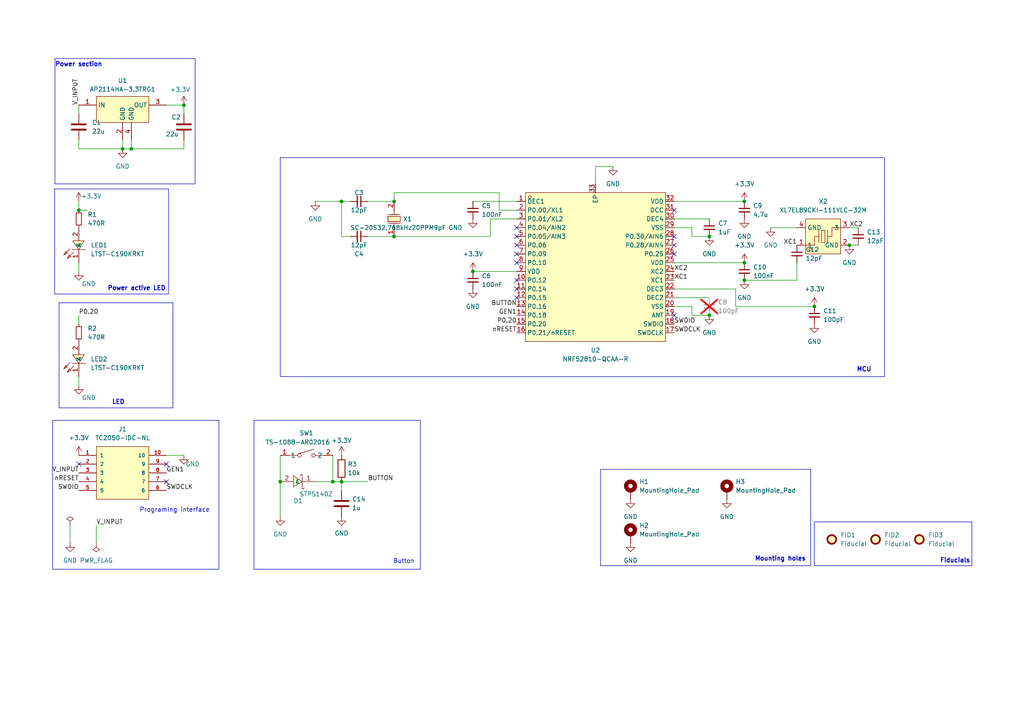
<source format=kicad_sch>
(kicad_sch (version 20231120) (generator "eeschema") (generator_version "8.0")
  (paper "A4")
  (lib_symbols
    (symbol "Device:C" (pin_numbers hide) (pin_names (offset 0.254))
      (property "Reference" "C" (at 0.635 2.54 0))
      (property "Value" "C" (at 0.635 -2.54 0))
      (symbol "C_0_1"
        (polyline (pts (xy -2.032 -0.762) (xy 2.032 -0.762)) (stroke (width 0.508)))
        (polyline (pts (xy -2.032 0.762) (xy 2.032 0.762)) (stroke (width 0.508)))
      )
      (symbol "C_1_1"
        (pin passive line (at 0 3.81 270) (length 2.794) (name "~") (number "1"))
        (pin passive line (at 0 -3.81 90) (length 2.794) (name "~") (number "2"))
      )
    )
    (symbol "Device:C_Small" (pin_numbers hide) (pin_names (offset 0.254) hide)
      (property "Reference" "C" (at 0.254 1.778 0))
      (property "Value" "C_Small" (at 0.254 -2.032 0))
      (symbol "C_Small_0_1"
        (polyline (pts (xy -1.524 -0.508) (xy 1.524 -0.508)) (stroke (width 0.3302)))
        (polyline (pts (xy -1.524 0.508) (xy 1.524 0.508)) (stroke (width 0.3048)))
      )
      (symbol "C_Small_1_1"
        (pin passive line (at 0 2.54 270) (length 2.032) (name "~") (number "1"))
        (pin passive line (at 0 -2.54 90) (length 2.032) (name "~") (number "2"))
      )
    )
    (symbol "Device:R" (pin_numbers hide) (pin_names (offset 0))
      (property "Reference" "R" (at 2.032 0 90))
      (property "Value" "R" (at 0 0 90))
      (symbol "R_0_1"
        (rectangle (start -1.016 -2.54) (end 1.016 2.54) (stroke (width 0.254)))
      )
      (symbol "R_1_1"
        (pin passive line (at 0 3.81 270) (length 1.27) (name "~") (number "1"))
        (pin passive line (at 0 -3.81 90) (length 1.27) (name "~") (number "2"))
      )
    )
    (symbol "Device:R_Small" (pin_numbers hide) (pin_names (offset 0.254) hide)
      (property "Reference" "R" (at 0.762 0.508 0))
      (property "Value" "R_Small" (at 0.762 -1.016 0))
      (symbol "R_Small_0_1"
        (rectangle (start -0.762 1.778) (end 0.762 -1.778) (stroke (width 0.2032)))
      )
      (symbol "R_Small_1_1"
        (pin passive line (at 0 2.54 270) (length 0.762) (name "~") (number "1"))
        (pin passive line (at 0 -2.54 90) (length 0.762) (name "~") (number "2"))
      )
    )
    (symbol "Mechanical:Fiducial"
      (property "Reference" "FID" (at 0 5.08 0))
      (property "Value" "Fiducial" (at 0 3.175 0))
      (symbol "Fiducial_0_1"
        (circle (center 0 0) (radius 1.27) (stroke (width 0.508)) (fill (type background)))
      )
    )
    (symbol "Mechanical:MountingHole_Pad" (pin_numbers hide) (pin_names (offset 1.016) hide)
      (property "Reference" "H" (at 0 6.35 0))
      (property "Value" "MountingHole_Pad" (at 0 4.445 0))
      (symbol "MountingHole_Pad_0_1"
        (circle (center 0 1.27) (radius 1.27) (stroke (width 1.27)))
      )
      (symbol "MountingHole_Pad_1_1"
        (pin input line (at 0 -2.54 90) (length 2.54) (name "1") (number "1"))
      )
    )
    (symbol "my_symbol_library:AP2114HA-3.3TRG1"
      (property "Reference" "U" (at 0 5.08 0))
      (property "Value" "AP2114HA-3.3TRG1" (at 0 -15.24 0))
      (symbol "AP2114HA-3.3TRG1_0_1"
        (rectangle (start -7.62 2.54) (end 7.62 -5.08) (fill (type background)))
        (pin power_in line (at -12.7 0 0) (length 5.08) (name "IN") (number "1"))
        (pin power_in line (at 0 -10.16 90) (length 5.08) (name "GND") (number "2"))
        (pin power_in line (at 2.54 -10.16 90) (length 5.08) (name "GND") (number "4"))
      )
      (symbol "AP2114HA-3.3TRG1_1_1"
        (pin power_out line (at 12.7 0 180) (length 5.08) (name "OUT") (number "3"))
      )
    )
    (symbol "my_symbol_library:LTST-C190KRKT"
      (property "Reference" "LED" (at 0 3.81 0))
      (property "Value" "LTST-C190KRKT" (at 0 -6.35 0))
      (symbol "LTST-C190KRKT_0_1"
        (polyline (pts (xy -2.03 0.25) (xy -3.81 2.03)))
        (polyline (pts (xy -1.27 0.76) (xy -1.27 -3.3)))
        (polyline (pts (xy -1.02 1.27) (xy -2.79 3.05)))
        (polyline (pts (xy -3.81 2.03) (xy -2.79 1.52) (xy -3.3 1.02) (xy -3.81 2.03)) (fill (type background)))
        (polyline (pts (xy -2.79 3.05) (xy -1.78 2.54) (xy -2.29 2.03) (xy -2.79 3.05)) (fill (type background)))
        (polyline (pts (xy 1.27 -2.79) (xy -1.27 -1.27) (xy 1.27 0.51) (xy 1.27 -2.79)) (fill (type background)))
        (pin unspecified line (at -5.08 -1.27 0) (length 3.81) (name "K") (number "1"))
        (pin unspecified line (at 5.08 -1.27 180) (length 3.81) (name "A") (number "2"))
      )
    )
    (symbol "my_symbol_library:NRF52810-QCAA-R"
      (property "Reference" "U" (at 0 29.21 0))
      (property "Value" "NRF52810-QCAA-R" (at 0 -24.13 0))
      (symbol "NRF52810-QCAA-R_0_1"
        (rectangle (start -20.32 21.59) (end 20.32 -21.59) (fill (type background)))
        (circle (center -19.05 20.32) (radius 0.38))
        (pin unspecified line (at -22.86 19.05 0) (length 2.54) (name "DEC1") (number "1"))
        (pin unspecified line (at -22.86 -3.81 0) (length 2.54) (name "P0.12") (number "10"))
        (pin unspecified line (at -22.86 -6.35 0) (length 2.54) (name "P0.14") (number "11"))
        (pin unspecified line (at -22.86 -8.89 0) (length 2.54) (name "P0.15") (number "12"))
        (pin unspecified line (at -22.86 -11.43 0) (length 2.54) (name "P0.16") (number "13"))
        (pin unspecified line (at -22.86 -13.97 0) (length 2.54) (name "P0.18") (number "14"))
        (pin unspecified line (at -22.86 -16.51 0) (length 2.54) (name "P0.20") (number "15"))
        (pin unspecified line (at -22.86 -19.05 0) (length 2.54) (name "P0.21/nRESET") (number "16"))
        (pin unspecified line (at 22.86 -19.05 180) (length 2.54) (name "SWDCLK") (number "17"))
        (pin unspecified line (at 22.86 -16.51 180) (length 2.54) (name "SWDIO") (number "18"))
        (pin unspecified line (at 22.86 -13.97 180) (length 2.54) (name "ANT") (number "19"))
        (pin unspecified line (at -22.86 16.51 0) (length 2.54) (name "P0.00/XL1") (number "2"))
        (pin unspecified line (at 22.86 -11.43 180) (length 2.54) (name "VSS") (number "20"))
        (pin unspecified line (at 22.86 -8.89 180) (length 2.54) (name "DEC2") (number "21"))
        (pin unspecified line (at 22.86 -6.35 180) (length 2.54) (name "DEC3") (number "22"))
        (pin unspecified line (at 22.86 -3.81 180) (length 2.54) (name "XC1") (number "23"))
        (pin unspecified line (at 22.86 -1.27 180) (length 2.54) (name "XC2") (number "24"))
        (pin unspecified line (at 22.86 1.27 180) (length 2.54) (name "VDD") (number "25"))
        (pin unspecified line (at 22.86 3.81 180) (length 2.54) (name "P0.25") (number "26"))
        (pin unspecified line (at 22.86 6.35 180) (length 2.54) (name "P0.28/AIN4") (number "27"))
        (pin unspecified line (at 22.86 8.89 180) (length 2.54) (name "P0.30/AIN6") (number "28"))
        (pin unspecified line (at 22.86 11.43 180) (length 2.54) (name "VSS") (number "29"))
        (pin unspecified line (at -22.86 13.97 0) (length 2.54) (name "P0.01/XL2") (number "3"))
        (pin unspecified line (at 22.86 13.97 180) (length 2.54) (name "DEC4") (number "30"))
        (pin unspecified line (at 22.86 16.51 180) (length 2.54) (name "DCC") (number "31"))
        (pin unspecified line (at 22.86 19.05 180) (length 2.54) (name "VDD") (number "32"))
        (pin unspecified line (at 0 24.13 270) (length 2.54) (name "EP") (number "33"))
        (pin unspecified line (at -22.86 11.43 0) (length 2.54) (name "P0.04/AIN2") (number "4"))
        (pin unspecified line (at -22.86 8.89 0) (length 2.54) (name "P0.05/AIN3") (number "5"))
        (pin unspecified line (at -22.86 6.35 0) (length 2.54) (name "P0.06") (number "6"))
        (pin unspecified line (at -22.86 3.81 0) (length 2.54) (name "P0.09") (number "7"))
        (pin unspecified line (at -22.86 1.27 0) (length 2.54) (name "P0.10") (number "8"))
        (pin unspecified line (at -22.86 -1.27 0) (length 2.54) (name "VDD") (number "9"))
      )
    )
    (symbol "my_symbol_library:SC-20S32.768kHz20PPM9pF"
      (property "Reference" "X" (at 0 5.08 0))
      (property "Value" "SC-20S32.768kHz20PPM9pF" (at 0 -5.08 0))
      (symbol "SC-20S32.768kHz20PPM9pF_0_1"
        (polyline (pts (xy -2.54 0) (xy -1.52 0)))
        (polyline (pts (xy -1.27 -1.78) (xy -1.27 1.78)))
        (polyline (pts (xy -1.27 -1.02) (xy -1.27 1.02)))
        (polyline (pts (xy 0.76 -1.78) (xy -0.76 -1.78)))
        (polyline (pts (xy 1.27 -1.78) (xy 1.27 1.78)))
        (polyline (pts (xy 1.27 -1.02) (xy 1.27 1.02)))
        (polyline (pts (xy 2.54 0) (xy 1.52 0)))
        (polyline (pts (xy -0.76 -1.78) (xy -0.76 1.78) (xy 0.76 1.78) (xy 0.76 -1.78)))
        (polyline (pts (xy 0.76 1.78) (xy 0.76 -1.78) (xy -0.76 -1.78) (xy -0.76 1.78) (xy 0.76 1.78)) (fill (type background)))
      )
      (symbol "SC-20S32.768kHz20PPM9pF_1_1"
        (pin input line (at -5.08 0 0) (length 2.54) (name "") (number "1"))
        (pin input line (at 5.08 0 180) (length 2.54) (name "") (number "2"))
      )
    )
    (symbol "my_symbol_library:STPS140Z"
      (property "Reference" "D" (at 0 5.08 0))
      (property "Value" "STPS140Z" (at 0 -5.08 0))
      (property "Footprint" "my_lib:SOD-123_L2.8-W1.8-LS3.7-RD" (at 0 -7.62 0))
      (symbol "STPS140Z_0_1"
        (polyline (pts (xy 1.27 1.52) (xy -1.27 0) (xy 1.27 -1.78) (xy 1.27 1.52)) (fill (type background)))
        (polyline (pts (xy -1.78 1.78) (xy -1.78 2.03) (xy -1.27 2.03) (xy -1.27 -2.03) (xy -0.76 -2.03) (xy -0.76 -1.78)))
        (pin unspecified line (at -5.08 0 0) (length 3.81) (name "C") (number "1"))
        (pin unspecified line (at 5.08 0 180) (length 3.81) (name "A") (number "2"))
      )
    )
    (symbol "my_symbol_library:TC2050-IDC-NL" (pin_names (offset 1.016))
      (property "Reference" "J" (at -7.62 7.62 0))
      (property "Value" "TC2050-IDC-NL" (at -7.62 -10.16 0))
      (symbol "TC2050-IDC-NL_0_0"
        (rectangle (start -7.62 7.62) (end 7.62 -7.62) (stroke (width 0.1524)) (fill (type background)))
        (pin passive line (at -12.7 5.08 0) (length 5.08) (name "1") (number "1"))
        (pin passive line (at 12.7 5.08 180) (length 5.08) (name "10") (number "10"))
        (pin passive line (at -12.7 2.54 0) (length 5.08) (name "2") (number "2"))
        (pin passive line (at -12.7 0 0) (length 5.08) (name "3") (number "3"))
        (pin passive line (at -12.7 -2.54 0) (length 5.08) (name "4") (number "4"))
        (pin passive line (at -12.7 -5.08 0) (length 5.08) (name "5") (number "5"))
        (pin passive line (at 12.7 -5.08 180) (length 5.08) (name "6") (number "6"))
        (pin passive line (at 12.7 -2.54 180) (length 5.08) (name "7") (number "7"))
        (pin passive line (at 12.7 0 180) (length 5.08) (name "8") (number "8"))
        (pin passive line (at 12.7 2.54 180) (length 5.08) (name "9") (number "9"))
      )
    )
    (symbol "my_symbol_library:TS-1088-AR02016"
      (property "Reference" "SW" (at 0 5.08 0))
      (property "Value" "TS-1088-AR02016" (at 0 -5.08 0))
      (symbol "TS-1088-AR02016_0_1"
        (circle (center -2.03 0) (radius 0.51))
        (polyline (pts (xy -5.08 0) (xy -2.54 0)))
        (polyline (pts (xy -2.29 0.51) (xy 2.03 1.78)))
        (polyline (pts (xy 5.08 0) (xy 2.54 0)))
        (circle (center 2.03 0) (radius 0.51))
        (pin unspecified line (at -7.62 0 0) (length 2.54) (name "1") (number "1"))
        (pin unspecified line (at 7.62 0 180) (length 2.54) (name "2") (number "2"))
      )
    )
    (symbol "my_symbol_library:XL7EL89CKI-111YLC-32M"
      (property "Reference" "X" (at 0 7.62 0))
      (property "Value" "XL7EL89CKI-111YLC-32M" (at 0 -7.62 0))
      (symbol "XL7EL89CKI-111YLC-32M_0_1"
        (rectangle (start -5.08 5.08) (end 5.08 -5.08) (fill (type background)))
        (circle (center -3.81 -3.81) (radius 0.38))
        (rectangle (start -0.51 1.78) (end 0.51 -1.78) (fill (type background)))
        (polyline (pts (xy -1.27 -1.78) (xy -1.27 1.78)))
        (polyline (pts (xy 1.27 -1.78) (xy 1.27 1.78)))
        (polyline (pts (xy -5.08 -2.54) (xy -2.54 -2.54) (xy -2.54 0) (xy -1.27 0)))
        (polyline (pts (xy 5.08 2.54) (xy 2.54 2.54) (xy 2.54 0) (xy 1.27 0)))
      )
      (symbol "XL7EL89CKI-111YLC-32M_1_1"
        (pin bidirectional line (at -7.62 -2.54 0) (length 2.54) (name "1") (number "1"))
        (pin bidirectional line (at 7.62 -2.54 180) (length 2.54) (name "GND") (number "2"))
        (pin bidirectional line (at 7.62 2.54 180) (length 2.54) (name "3") (number "3"))
        (pin bidirectional line (at -7.62 2.54 0) (length 2.54) (name "GND") (number "4"))
      )
    )
    (symbol "power:+3.3V" (power) (pin_names (offset 0))
      (property "Value" "+3.3V" (at 0 3.556 0))
      (symbol "+3.3V_0_1"
        (polyline (pts (xy -0.762 1.27) (xy 0 2.54)))
        (polyline (pts (xy 0 0) (xy 0 2.54)))
        (polyline (pts (xy 0 2.54) (xy 0.762 1.27)))
      )
      (symbol "+3.3V_1_1"
        (pin power_in line (at 0 0 90) (length 0) hide (name "+3.3V") (number "1"))
      )
    )
    (symbol "power:GND" (power) (pin_names (offset 0))
      (property "Value" "GND" (at 0 -3.81 0))
      (symbol "GND_0_1"
        (polyline (pts (xy 0 0) (xy 0 -1.27) (xy 1.27 -1.27) (xy 0 -2.54) (xy -1.27 -1.27) (xy 0 -1.27)))
      )
      (symbol "GND_1_1"
        (pin power_in line (at 0 0 270) (length 0) hide (name "GND") (number "1"))
      )
    )
    (symbol "power:PWR_FLAG" (power) (pin_numbers hide) (pin_names (offset 0) hide)
      (property "Value" "PWR_FLAG" (at 0 3.81 0))
      (symbol "PWR_FLAG_0_0"
        (pin power_out line (at 0 0 90) (length 0) (name "pwr") (number "1"))
      )
      (symbol "PWR_FLAG_0_1"
        (polyline (pts (xy 0 0) (xy 0 1.27) (xy -1.016 1.905) (xy 0 2.54) (xy 1.016 1.905) (xy 0 1.27)))
      )
    )
  )
  (junction (at 246.38 71.12))
  (junction (at 81.28 139.7))
  (junction (at 205.74 91.44))
  (junction (at 22.86 60.96))
  (junction (at 53.34 30.48))
  (junction (at 114.3 58.42))
  (junction (at 99.06 58.42))
  (junction (at 215.9 58.42))
  (junction (at 96.52 139.7))
  (junction (at 236.22 88.9))
  (junction (at 205.74 68.58))
  (junction (at 114.3 68.58))
  (junction (at 99.06 139.7))
  (junction (at 215.9 81.28))
  (junction (at 38.1 43.18))
  (junction (at 215.9 76.2))
  (junction (at 137.16 78.74))
  (junction (at 35.56 43.18))
  (no_connect (at 48.26 139.7))
  (no_connect (at 149.86 66.04))
  (no_connect (at 149.86 76.2))
  (no_connect (at 22.86 134.62))
  (no_connect (at 195.58 71.12))
  (no_connect (at 149.86 83.82))
  (no_connect (at 149.86 73.66))
  (no_connect (at 149.86 71.12))
  (no_connect (at 195.58 68.58))
  (no_connect (at 48.26 134.62))
  (no_connect (at 195.58 91.44))
  (no_connect (at 149.86 81.28))
  (no_connect (at 195.58 60.96))
  (no_connect (at 149.86 86.36))
  (no_connect (at 195.58 73.66))
  (no_connect (at 149.86 68.58))
  (wire (pts (xy 22.86 40.64) (xy 22.86 43.18)))
  (wire (pts (xy 200.66 88.9) (xy 200.66 91.44)))
  (wire (pts (xy 101.6 68.58) (xy 99.06 68.58)))
  (wire (pts (xy 142.24 63.5) (xy 142.24 68.58)))
  (wire (pts (xy 81.28 132.08) (xy 81.28 139.7)))
  (wire (pts (xy 53.34 30.48) (xy 53.34 33.02)))
  (wire (pts (xy 22.86 58.42) (xy 22.86 60.96)))
  (wire (pts (xy 91.44 58.42) (xy 99.06 58.42)))
  (wire (pts (xy 137.16 78.74) (xy 149.86 78.74)))
  (wire (pts (xy 53.34 43.18) (xy 38.1 43.18)))
  (wire (pts (xy 200.66 91.44) (xy 205.74 91.44)))
  (wire (pts (xy 22.86 33.02) (xy 22.86 30.48)))
  (wire (pts (xy 38.1 43.18) (xy 35.56 43.18)))
  (wire (pts (xy 20.32 152.4) (xy 20.32 157.48)))
  (wire (pts (xy 38.1 40.64) (xy 38.1 43.18)))
  (wire (pts (xy 99.06 58.42) (xy 101.6 58.42)))
  (wire (pts (xy 246.38 66.04) (xy 248.92 66.04)))
  (wire (pts (xy 106.68 68.58) (xy 114.3 68.58)))
  (wire (pts (xy 149.86 63.5) (xy 142.24 63.5)))
  (wire (pts (xy 27.94 152.4) (xy 27.94 157.48)))
  (wire (pts (xy 22.86 109.22) (xy 22.86 111.76)))
  (wire (pts (xy 172.72 53.34) (xy 172.72 48.26)))
  (wire (pts (xy 99.06 139.7) (xy 106.68 139.7)))
  (wire (pts (xy 48.26 30.48) (xy 53.34 30.48)))
  (wire (pts (xy 22.86 91.44) (xy 22.86 93.98)))
  (wire (pts (xy 200.66 68.58) (xy 205.74 68.58)))
  (wire (pts (xy 53.34 40.64) (xy 53.34 43.18)))
  (wire (pts (xy 195.58 66.04) (xy 200.66 66.04)))
  (wire (pts (xy 172.72 48.26) (xy 177.8 48.26)))
  (wire (pts (xy 99.06 58.42) (xy 99.06 68.58)))
  (wire (pts (xy 114.3 55.88) (xy 114.3 58.42)))
  (wire (pts (xy 200.66 66.04) (xy 200.66 68.58)))
  (wire (pts (xy 91.44 139.7) (xy 96.52 139.7)))
  (wire (pts (xy 195.58 83.82) (xy 213.36 83.82)))
  (wire (pts (xy 195.58 86.36) (xy 205.74 86.36)))
  (wire (pts (xy 213.36 88.9) (xy 236.22 88.9)))
  (wire (pts (xy 231.14 76.2) (xy 231.14 81.28)))
  (wire (pts (xy 195.58 63.5) (xy 205.74 63.5)))
  (wire (pts (xy 22.86 60.96) (xy 25.4 60.96)))
  (wire (pts (xy 81.28 139.7) (xy 81.28 149.86)))
  (wire (pts (xy 99.06 139.7) (xy 99.06 142.24)))
  (wire (pts (xy 195.58 76.2) (xy 215.9 76.2)))
  (wire (pts (xy 144.78 60.96) (xy 144.78 55.88)))
  (wire (pts (xy 142.24 68.58) (xy 114.3 68.58)))
  (wire (pts (xy 195.58 58.42) (xy 215.9 58.42)))
  (wire (pts (xy 22.86 43.18) (xy 35.56 43.18)))
  (wire (pts (xy 106.68 58.42) (xy 114.3 58.42)))
  (wire (pts (xy 144.78 55.88) (xy 114.3 55.88)))
  (wire (pts (xy 213.36 83.82) (xy 213.36 88.9)))
  (wire (pts (xy 223.52 66.04) (xy 231.14 66.04)))
  (wire (pts (xy 48.26 132.08) (xy 53.34 132.08)))
  (wire (pts (xy 96.52 132.08) (xy 96.52 139.7)))
  (wire (pts (xy 22.86 76.2) (xy 22.86 78.74)))
  (wire (pts (xy 195.58 88.9) (xy 200.66 88.9)))
  (wire (pts (xy 35.56 40.64) (xy 35.56 43.18)))
  (wire (pts (xy 96.52 139.7) (xy 99.06 139.7)))
  (wire (pts (xy 246.38 71.12) (xy 248.92 71.12)))
  (wire (pts (xy 149.86 60.96) (xy 144.78 60.96)))
  (wire (pts (xy 231.14 81.28) (xy 215.9 81.28)))
  (wire (pts (xy 137.16 58.42) (xy 149.86 58.42)))
  (rectangle (start 15.9512 16.9672) (end 56.5912 53.34))
  (rectangle (start 81.28 45.72) (end 256.54 109.22))
  (rectangle (start 236.1692 151.384) (end 281.8892 164.084))
  (rectangle (start 17.1242 87.8247) (end 50.1442 118.3047))
  (rectangle (start 15.24 121.92) (end 63.5 165.1))
  (rectangle (start 73.66 121.92) (end 121.92 165.1))
  (rectangle (start 15.8542 54.8047) (end 48.8742 85.2847))
  (rectangle (start 174.1678 136.144) (end 235.1278 164.084))
  (text "LED\n" (at 32.4384 117.4801 0) (effects (font (size 1.27 1.27) (thickness 0.254) (bold yes)) (justify left bottom)))
  (text "Power active LED\n" (at 31.1684 84.4601 0) (effects (font (size 1.27 1.27) (thickness 0.254) (bold yes)) (justify left bottom)))
  (text "Programing interface\n" (at 40.4336 148.7655 0) (effects (font (size 1.27 1.27)) (justify left bottom)))
  (text "Mounting holes\n" (at 218.8881 162.9021 0) (effects (font (size 1.27 1.27) (thickness 0.254) (bold yes)) (justify left bottom)))
  (text "Fiducials\n" (at 272.6014 163.4234 0) (effects (font (size 1.27 1.27) (thickness 0.254) (bold yes)) (justify left bottom)))
  (text "Power section\n" (at 15.9512 19.5072 0) (effects (font (size 1.27 1.27) (thickness 0.254) (bold yes)) (justify left bottom)))
  (text "MCU\n" (at 248.4176 107.9912 0) (effects (font (size 1.27 1.27) (thickness 0.254) (bold yes)) (justify left bottom)))
  (text "Button\n" (at 113.9684 163.6133 0) (effects (font (size 1.27 1.27)) (justify left bottom)))
  (label "XC2" (at 246.38 66.04 0))
  (label "V_INPUT" (at 22.86 30.48 90))
  (label "SWDIO" (at 195.58 93.98 0))
  (label "XC1" (at 231.14 71.12 180))
  (label "V_INPUT" (at 27.94 152.4 0))
  (label "P0.20" (at 22.86 91.44 0))
  (label "GEN1" (at 48.26 137.16 0))
  (label "GEN1" (at 149.86 91.44 180))
  (label "SWDCLK" (at 48.26 142.24 0))
  (label "XC1" (at 195.58 81.28 0))
  (label "XC2" (at 195.58 78.74 0))
  (label "SWDCLK" (at 195.58 96.52 0))
  (label "P0.20" (at 149.86 93.98 180))
  (label "BUTTON" (at 106.68 139.7 0))
  (label "SWDIO" (at 22.86 142.24 180))
  (label "nRESET" (at 22.86 139.7 180))
  (label "BUTTON" (at 149.86 88.9 180))
  (label "V_INPUT" (at 22.86 137.16 180))
  (label "nRESET" (at 149.86 96.52 180))
  (symbol (lib_id "power:GND") (at 99.06 149.86 0) (unit 1)
    (property "Reference" "#PWR030" (effects (hide yes)))
    (property "Value" "GND" (at 99.06 154.686 0))
  )
  (symbol (lib_id "Device:C_Small") (at 248.92 68.58 0) (unit 1)
    (property "Reference" "C13" (at 251.46 67.3163 0) (effects (justify left)))
    (property "Value" "12pF" (at 251.46 69.8563 0) (effects (justify left)))
    (property "Footprint" "Capacitor_SMD:C_0805_2012Metric" (effects (hide yes)))
  )
  (symbol (lib_id "Device:C_Small") (at 236.22 91.44 0) (unit 1)
    (property "Reference" "C11" (at 238.76 90.1763 0) (effects (justify left)))
    (property "Value" "100pF" (at 238.76 92.7163 0) (effects (justify left)))
    (property "Footprint" "Capacitor_SMD:C_0805_2012Metric" (effects (hide yes)))
  )
  (symbol (lib_id "my_symbol_library:AP2114HA-3.3TRG1") (at 35.56 30.48 0) (unit 1)
    (property "Reference" "U1" (at 35.56 23.368 0))
    (property "Value" "AP2114HA-3.3TRG1" (at 35.56 25.908 0))
    (property "Footprint" "my_lib:[LDO]Diodes Incorporated AP2114HA-3.3TRG1" (effects (hide yes)))
    (property "Datasheet" "https://lcsc.com/product-detail/Low-Dropout-Regulators-LDO_Diodes-Incorporated-AP2114HA-3-3TRG1_C460314.html" (effects (hide yes)))
    (property "LCSC Part" "C460314" (effects (hide yes)))
  )
  (symbol (lib_id "my_symbol_library:XL7EL89CKI-111YLC-32M") (at 238.76 68.58 0) (unit 1)
    (property "Reference" "X2" (at 238.76 58.42 0))
    (property "Value" "XL7EL89CKI-111YLC-32M" (at 238.76 60.96 0))
    (property "Footprint" "my_lib:[Crystal_32_MHz]YXC XL7EL89CKI-111YLC-32M" (effects (hide yes)))
    (property "Datasheet" "https://www.lcsc.com/datasheet/lcsc_datasheet_2403291506_YXC-XL7EL89CKI-111YLC-32M_C2965582.pdf" (effects (hide yes)))
    (property "LCSC Part" "C2965582" (effects (hide yes)))
  )
  (symbol (lib_id "Device:R_Small") (at 22.86 96.52 0) (unit 1)
    (property "Reference" "R2" (at 25.4 95.25 0) (effects (justify left)))
    (property "Value" "470R" (at 25.4 97.79 0) (effects (justify left)))
    (property "Footprint" "Resistor_SMD:R_0805_2012Metric" (effects (hide yes)))
  )
  (symbol (lib_id "Device:C_Small") (at 215.9 60.96 0) (unit 1)
    (property "Reference" "C9" (at 218.44 59.6963 0) (effects (justify left)))
    (property "Value" "4.7u" (at 218.44 62.2363 0) (effects (justify left)))
    (property "Footprint" "Capacitor_SMD:C_0805_2012Metric" (effects (hide yes)))
  )
  (symbol (lib_id "power:GND") (at 182.88 144.78 0) (unit 1)
    (property "Reference" "#PWR021" (effects (hide yes)))
    (property "Value" "GND" (at 182.88 149.86 0))
  )
  (symbol (lib_id "power:GND") (at 177.8 48.26 0) (unit 1)
    (property "Reference" "#PWR06" (effects (hide yes)))
    (property "Value" "GND" (at 177.8 53.34 0))
  )
  (symbol (lib_id "power:GND") (at 215.9 63.5 0) (unit 1)
    (property "Reference" "#PWR012" (effects (hide yes)))
    (property "Value" "GND" (at 215.9 68.58 0))
  )
  (symbol (lib_id "Device:C_Small") (at 215.9 78.74 0) (unit 1)
    (property "Reference" "C10" (at 218.44 77.4763 0) (effects (justify left)))
    (property "Value" "100nF" (at 218.44 80.0163 0) (effects (justify left)))
    (property "Footprint" "Capacitor_SMD:C_0805_2012Metric" (effects (hide yes)))
  )
  (symbol (lib_id "power:GND") (at 22.86 111.76 0) (unit 1)
    (property "Reference" "#PWR018" (effects (hide yes)))
    (property "Value" "GND" (at 25.7556 115.3668 0))
  )
  (symbol (lib_id "Mechanical:Fiducial") (at 241.2492 156.464 0) (unit 1)
    (property "Reference" "FID1" (at 243.7892 155.194 0) (effects (justify left)))
    (property "Value" "Fiducial" (at 243.7892 157.734 0) (effects (justify left)))
    (property "Footprint" "Fiducial:Fiducial_0.5mm_Mask1mm" (effects (hide yes)))
  )
  (symbol (lib_id "power:GND") (at 246.38 71.12 0) (unit 1)
    (property "Reference" "#PWR016" (effects (hide yes)))
    (property "Value" "GND" (at 246.38 76.2 0))
  )
  (symbol (lib_id "power:GND") (at 20.32 157.48 0) (unit 1)
    (property "Reference" "#PWR026" (effects (hide yes)))
    (property "Value" "GND" (at 20.32 162.56 0))
  )
  (symbol (lib_id "power:PWR_FLAG") (at 20.32 152.4 0) (unit 1)
    (property "Reference" "#FLG01" (effects (hide yes)))
    (property "Value" "PWR_FLAG" (effects (hide yes)))
  )
  (symbol (lib_id "Device:C") (at 53.34 36.83 0) (unit 1)
    (property "Reference" "C2" (at 49.7332 33.9852 0) (effects (justify left)))
    (property "Value" "22u" (at 48.0568 38.9128 0) (effects (justify left)))
    (property "Footprint" "Capacitor_SMD:C_0805_2012Metric" (effects (hide yes)))
  )
  (symbol (lib_id "power:GND") (at 81.28 149.86 0) (unit 1)
    (property "Reference" "#PWR028" (effects (hide yes)))
    (property "Value" "GND" (at 81.28 154.94 0))
  )
  (symbol (lib_id "Device:C_Small") (at 104.14 58.42 270) (unit 1)
    (property "Reference" "C3" (at 104.14 55.88 90))
    (property "Value" "12pF" (at 104.14 60.96 90))
    (property "Footprint" "Capacitor_SMD:C_0805_2012Metric" (effects (hide yes)))
  )
  (symbol (lib_id "power:GND") (at 223.52 66.04 0) (unit 1)
    (property "Reference" "#PWR027" (effects (hide yes)))
    (property "Value" "GND" (at 223.52 71.12 0))
  )
  (symbol (lib_id "my_symbol_library:STPS140Z") (at 86.36 139.7 180) (unit 1)
    (property "Reference" "D1" (at 86.4362 145.288 0))
    (property "Value" "STPS140Z" (at 91.694 143.3068 0))
    (property "Footprint" "my_lib:SOD-123_L2.8-W1.8-LS3.7-RD" (effects (hide yes)))
    (property "Datasheet" "https://lcsc.com/product-detail/Schottky-Barrier-Diodes-SBD_STMicroelectronics_STPS140Z_STPS140Z_C155662.html" (effects (hide yes)))
    (property "LCSC Part" "C155662" (effects (hide yes)))
  )
  (symbol (lib_id "power:GND") (at 35.56 43.18 0) (unit 1)
    (property "Reference" "#PWR01" (effects (hide yes)))
    (property "Value" "GND" (at 35.56 48.26 0))
  )
  (symbol (lib_id "my_symbol_library:LTST-C190KRKT") (at 21.59 71.12 90) (unit 1)
    (property "Reference" "LED1" (at 26.3144 71.12 90) (effects (justify right)))
    (property "Value" "LTST-C190KRKT" (at 26.3144 73.66 90) (effects (justify right)))
    (property "Footprint" "my_lib:[LED]Lite-On LTST-C190KRKT" (effects (hide yes)))
    (property "Datasheet" "https://lcsc.com/product-detail/Light-Emitting-Diodes-LED_LTST-C190KRKT_C94869.html" (effects (hide yes)))
    (property "LCSC Part" "C94869" (effects (hide yes)))
  )
  (symbol (lib_id "Mechanical:Fiducial") (at 253.9492 156.464 0) (unit 1)
    (property "Reference" "FID2" (at 256.4892 155.194 0) (effects (justify left)))
    (property "Value" "Fiducial" (at 256.4892 157.734 0) (effects (justify left)))
    (property "Footprint" "Fiducial:Fiducial_0.5mm_Mask1mm" (effects (hide yes)))
  )
  (symbol (lib_id "Device:C") (at 99.06 146.05 0) (unit 1)
    (property "Reference" "C14" (at 102.108 144.78 0) (effects (justify left)))
    (property "Value" "1u" (at 102.108 147.32 0) (effects (justify left)))
    (property "Footprint" "Capacitor_SMD:C_0805_2012Metric" (effects (hide yes)))
  )
  (symbol (lib_id "power:+3.3V") (at 53.34 30.48 0) (unit 1)
    (property "Reference" "#PWR02" (effects (hide yes)))
    (property "Value" "+3.3V" (at 52.2156 25.9827 0))
  )
  (symbol (lib_id "Device:C_Small") (at 205.74 66.04 0) (unit 1)
    (property "Reference" "C7" (at 208.28 64.7763 0) (effects (justify left)))
    (property "Value" "1uF" (at 208.28 67.3163 0) (effects (justify left)))
    (property "Footprint" "Capacitor_SMD:C_0805_2012Metric" (effects (hide yes)))
  )
  (symbol (lib_id "Device:C_Small") (at 231.14 73.66 0) (unit 1)
    (property "Reference" "C12" (at 233.68 72.3963 0) (effects (justify left)))
    (property "Value" "12pF" (at 233.68 74.9363 0) (effects (justify left)))
    (property "Footprint" "Capacitor_SMD:C_0805_2012Metric" (effects (hide yes)))
  )
  (symbol (lib_id "my_symbol_library:NRF52810-QCAA-R") (at 172.72 77.47 0) (unit 1)
    (property "Reference" "U2" (at 172.72 101.6 0))
    (property "Value" "NRF52810-QCAA-R" (at 172.72 104.14 0))
    (property "Footprint" "my_lib:[MCU]Nordic Semicon nRF52810-QCAA-R" (effects (hide yes)))
    (property "Datasheet" "https://www.lcsc.com/datasheet/lcsc_datasheet_2004231903_Nordic-Semicon-nRF52810-QCAA-R_C519278.pdf" (effects (hide yes)))
    (property "LCSC Part" "C519278" (effects (hide yes)))
  )
  (symbol (lib_id "power:PWR_FLAG") (at 27.94 157.48 180) (unit 1)
    (property "Reference" "#FLG02" (effects (hide yes)))
    (property "Value" "PWR_FLAG" (at 27.94 162.56 0))
  )
  (symbol (lib_id "my_symbol_library:LTST-C190KRKT") (at 21.59 104.14 90) (unit 1)
    (property "Reference" "LED2" (at 26.3144 104.14 90) (effects (justify right)))
    (property "Value" "LTST-C190KRKT" (at 26.3144 106.68 90) (effects (justify right)))
    (property "Footprint" "my_lib:[LED]Lite-On LTST-C190KRKT" (effects (hide yes)))
    (property "Datasheet" "https://lcsc.com/product-detail/Light-Emitting-Diodes-LED_LTST-C190KRKT_C94869.html" (effects (hide yes)))
    (property "LCSC Part" "C94869" (effects (hide yes)))
  )
  (symbol (lib_id "power:GND") (at 205.74 91.44 0) (unit 1)
    (property "Reference" "#PWR05" (effects (hide yes)))
    (property "Value" "GND" (at 205.74 96.52 0))
  )
  (symbol (lib_id "power:GND") (at 137.16 83.82 0) (unit 1)
    (property "Reference" "#PWR07" (effects (hide yes)))
    (property "Value" "GND" (at 137.16 88.9 0))
  )
  (symbol (lib_id "Device:R_Small") (at 22.86 63.5 0) (unit 1)
    (property "Reference" "R1" (at 25.4 62.23 0) (effects (justify left)))
    (property "Value" "470R" (at 25.4 64.77 0) (effects (justify left)))
    (property "Footprint" "Resistor_SMD:R_0805_2012Metric" (effects (hide yes)))
  )
  (symbol (lib_id "my_symbol_library:TC2050-IDC-NL") (at 35.56 137.16 0) (unit 1)
    (property "Reference" "J1" (at 35.56 124.46 0))
    (property "Value" "TC2050-IDC-NL" (at 35.56 127 0))
    (property "Footprint" "my_lib:[PLUG_OF_NAILS_10P]TC2050_IDC_NL" (effects (hide yes)))
    (property "Datasheet" "https://www.digikey.hu/en/models/2605367" (effects (hide yes)))
    (property "PARTREV" "A" (effects (hide yes)))
    (property "MANUFACTURER" "Tag-Connect" (effects (hide yes)))
    (property "STANDARD" "Manufacturer recommendations" (effects (hide yes)))
  )
  (symbol (lib_id "Device:C_Small") (at 104.14 68.58 270) (unit 1)
    (property "Reference" "C4" (at 104.14 73.66 90))
    (property "Value" "12pF" (at 104.14 71.12 90))
    (property "Footprint" "Capacitor_SMD:C_0805_2012Metric" (effects (hide yes)))
  )
  (symbol (lib_id "Device:C_Small") (at 137.16 60.96 0) (unit 1)
    (property "Reference" "C5" (at 139.7 59.6963 0) (effects (justify left)))
    (property "Value" "100nF" (at 139.7 62.2363 0) (effects (justify left)))
    (property "Footprint" "Capacitor_SMD:C_0805_2012Metric" (effects (hide yes)))
  )
  (symbol (lib_id "power:GND") (at 53.34 132.08 0) (unit 1)
    (property "Reference" "#PWR020" (effects (hide yes)))
    (property "Value" "GND" (at 55.88 134.62 0))
  )
  (symbol (lib_id "power:GND") (at 22.86 78.74 0) (unit 1)
    (property "Reference" "#PWR017" (effects (hide yes)))
    (property "Value" "GND" (at 25.7556 82.3468 0))
  )
  (symbol (lib_id "power:+3.3V") (at 22.86 132.08 0) (unit 1)
    (property "Reference" "#PWR019" (effects (hide yes)))
    (property "Value" "+3.3V" (at 22.86 127 0))
  )
  (symbol (lib_id "power:+3.3V") (at 22.86 58.42 0) (unit 1)
    (property "Reference" "#PWR025" (effects (hide yes)))
    (property "Value" "+3.3V" (at 26.4595 56.9193 0))
  )
  (symbol (lib_id "my_symbol_library:TS-1088-AR02016") (at 88.9 132.08 0) (unit 1)
    (property "Reference" "SW1" (at 88.9 125.6284 0))
    (property "Value" "TS-1088-AR02016" (at 86.36 128.27 0))
    (property "Footprint" "my_lib:[TACTILE_SWITCH]XUNPU TS-1088-AR02016" (effects (hide yes)))
    (property "Datasheet" "https://lcsc.com/product-detail/Tactile-Switches_XUNPU-TS-1088-AR02016_C720477.html" (effects (hide yes)))
    (property "LCSC Part" "C720477" (effects (hide yes)))
  )
  (symbol (lib_id "power:+3.3V") (at 236.22 88.9 0) (unit 1)
    (property "Reference" "#PWR013" (effects (hide yes)))
    (property "Value" "+3.3V" (at 236.22 83.82 0))
  )
  (symbol (lib_id "power:GND") (at 205.74 68.58 0) (unit 1)
    (property "Reference" "#PWR04" (effects (hide yes)))
    (property "Value" "GND" (at 205.74 73.66 0))
  )
  (symbol (lib_id "power:GND") (at 91.44 58.42 0) (unit 1)
    (property "Reference" "#PWR015" (effects (hide yes)))
    (property "Value" "GND" (at 91.44 63.5 0))
  )
  (symbol (lib_id "power:GND") (at 210.82 144.78 0) (unit 1)
    (property "Reference" "#PWR023" (effects (hide yes)))
    (property "Value" "GND" (at 210.82 149.86 0))
  )
  (symbol (lib_id "Mechanical:Fiducial") (at 266.6492 156.464 0) (unit 1)
    (property "Reference" "FID3" (at 269.1892 155.194 0) (effects (justify left)))
    (property "Value" "Fiducial" (at 269.1892 157.734 0) (effects (justify left)))
    (property "Footprint" "Fiducial:Fiducial_0.5mm_Mask1mm" (effects (hide yes)))
  )
  (symbol (lib_id "power:+3.3V") (at 137.16 78.74 0) (unit 1)
    (property "Reference" "#PWR08" (effects (hide yes)))
    (property "Value" "+3.3V" (at 137.16 73.66 0))
  )
  (symbol (lib_id "power:+3.3V") (at 99.06 132.08 0) (unit 1)
    (property "Reference" "#PWR029" (effects (hide yes)))
    (property "Value" "+3.3V" (at 99.06 127.762 0))
  )
  (symbol (lib_id "power:+3.3V") (at 215.9 58.42 0) (unit 1)
    (property "Reference" "#PWR011" (effects (hide yes)))
    (property "Value" "+3.3V" (at 215.9 53.34 0))
  )
  (symbol (lib_id "power:GND") (at 137.16 63.5 0) (unit 1)
    (property "Reference" "#PWR03" (effects (hide yes)))
    (property "Value" "GND" (at 132.08 66.04 0))
  )
  (symbol (lib_id "Mechanical:MountingHole_Pad") (at 210.82 142.24 0) (unit 1)
    (property "Reference" "H3" (at 213.36 139.7 0) (effects (justify left)))
    (property "Value" "MountingHole_Pad" (at 213.36 142.24 0) (effects (justify left)))
    (property "Footprint" "MountingHole:MountingHole_2.2mm_M2_DIN965_Pad" (effects (hide yes)))
  )
  (symbol (lib_id "Device:R") (at 99.06 135.89 0) (unit 1)
    (property "Reference" "R3" (at 100.838 134.62 0) (effects (justify left)))
    (property "Value" "10k" (at 100.838 137.16 0) (effects (justify left)))
    (property "Footprint" "Resistor_SMD:R_0805_2012Metric" (effects (hide yes)))
  )
  (symbol (lib_id "power:GND") (at 215.9 81.28 0) (unit 1)
    (property "Reference" "#PWR010" (effects (hide yes)))
    (property "Value" "GND" (at 215.9 86.36 0))
  )
  (symbol (lib_id "power:GND") (at 182.88 157.48 0) (unit 1)
    (property "Reference" "#PWR022" (effects (hide yes)))
    (property "Value" "GND" (at 182.88 162.56 0))
  )
  (symbol (lib_id "power:+3.3V") (at 215.9 76.2 0) (unit 1)
    (property "Reference" "#PWR09" (effects (hide yes)))
    (property "Value" "+3.3V" (at 215.9 71.12 0))
  )
  (symbol (lib_id "power:GND") (at 236.22 93.98 0) (unit 1)
    (property "Reference" "#PWR014" (effects (hide yes)))
    (property "Value" "GND" (at 236.22 99.06 0))
  )
  (symbol (lib_id "Mechanical:MountingHole_Pad") (at 182.88 142.24 0) (unit 1)
    (property "Reference" "H1" (at 185.42 139.7 0) (effects (justify left)))
    (property "Value" "MountingHole_Pad" (at 185.42 142.24 0) (effects (justify left)))
    (property "Footprint" "MountingHole:MountingHole_2.2mm_M2_DIN965_Pad" (effects (hide yes)))
  )
  (symbol (lib_id "Device:C_Small") (at 137.16 81.28 0) (unit 1)
    (property "Reference" "C6" (at 139.7 80.0163 0) (effects (justify left)))
    (property "Value" "100nF" (at 139.7 82.5563 0) (effects (justify left)))
    (property "Footprint" "Capacitor_SMD:C_0805_2012Metric" (effects (hide yes)))
  )
  (symbol (lib_id "Mechanical:MountingHole_Pad") (at 182.88 154.94 0) (unit 1)
    (property "Reference" "H2" (at 185.42 152.4 0) (effects (justify left)))
    (property "Value" "MountingHole_Pad" (at 185.42 154.94 0) (effects (justify left)))
    (property "Footprint" "MountingHole:MountingHole_2.2mm_M2_DIN965_Pad" (effects (hide yes)))
  )
  (symbol (lib_id "Device:C") (at 22.86 36.83 0) (unit 1)
    (property "Reference" "C1" (at 26.67 35.56 0) (effects (justify left)))
    (property "Value" "22u" (at 26.67 38.1 0) (effects (justify left)))
    (property "Footprint" "Capacitor_SMD:C_0805_2012Metric" (effects (hide yes)))
  )
  (symbol (lib_id "Device:C_Small") (at 205.74 88.9 0) (unit 1) (dnp yes)
    (property "Reference" "C8" (at 208.28 87.6363 0) (effects (justify left)))
    (property "Value" "100pF" (at 208.28 90.1763 0) (effects (justify left)))
    (property "Footprint" "Capacitor_SMD:C_0805_2012Metric" (effects (hide yes)))
  )
  (symbol (lib_id "my_symbol_library:SC-20S32.768kHz20PPM9pF") (at 114.3 63.5 90) (unit 1)
    (property "Reference" "X1" (at 116.84 63.5 90) (effects (justify right)))
    (property "Value" "SC-20S32.768kHz20PPM9pF" (at 101.6 66.04 90) (effects (justify right)))
    (property "Footprint" "my_lib:[Crystal_32_768_kHZ]Seiko SC-20S,32.768kHz,20PPM,9pF" (effects (hide yes)))
    (property "Datasheet" "https://lcsc.com/product-detail/SMD-Crystals_SEIKO_SC-20S32-768kHz20PPM9pF_32-768kHz-20PPM-9pF_C97603.html" (effects (hide yes)))
    (property "LCSC Part" "C97603" (effects (hide yes)))
  )
)
</source>
